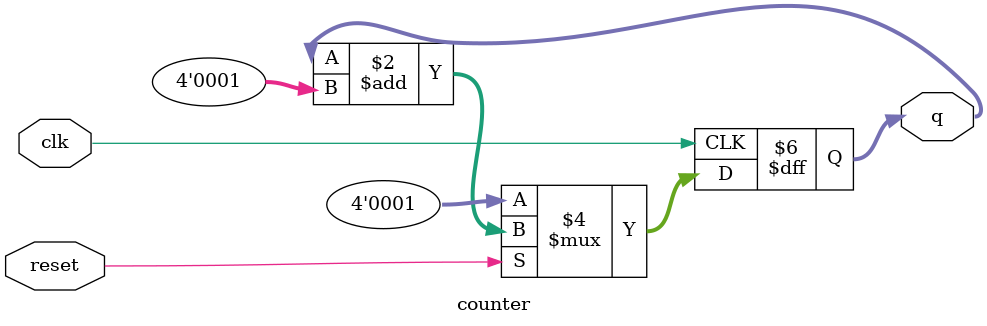
<source format=v>
module counter( 
    input clk,
    input reset,
    output reg [3:0] q
); 
// update q on the positive edge of the clock according to the following cases:
// on reset, assign q to 1
// else if q is 12, assign q to 1
// else, increment q by 1 
always @(posedge clk)
begin
case(reset)
1'b0: q<=4'd1; // on reset
12'b1111111111: q<=4'd1; // on second to last value @ 12

default: q<=q+4'd1; // on every other cycle
endcase
end
endmodule

</source>
